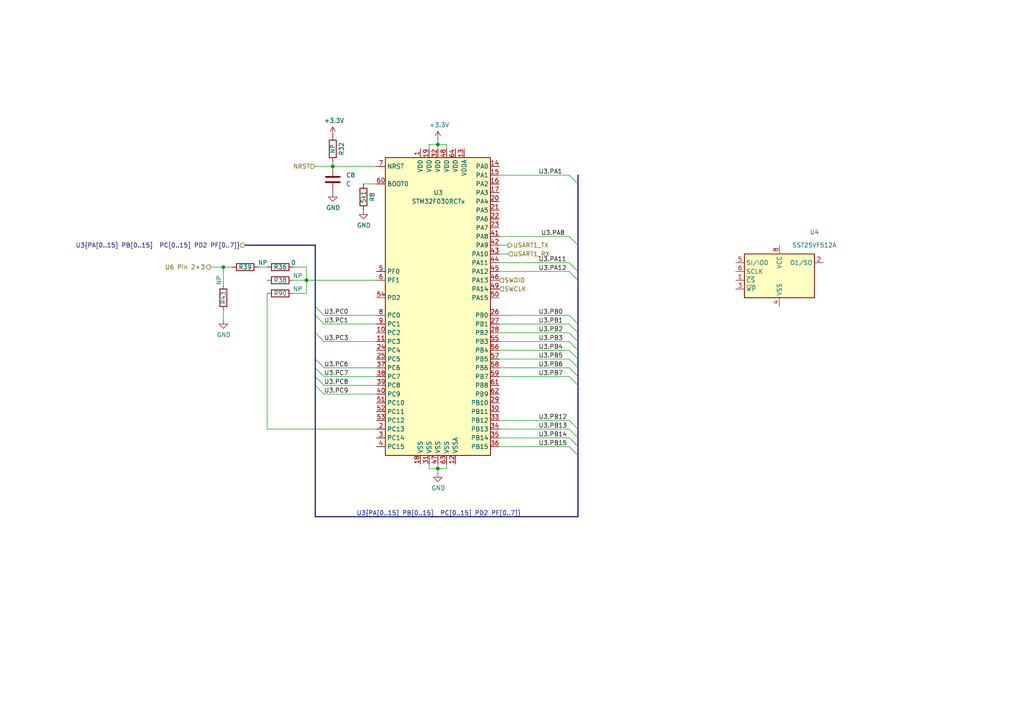
<source format=kicad_sch>
(kicad_sch (version 20211123) (generator eeschema)
  (paper "A4")
  (title_block (title "YardForce SAxxxPRO Dot-Matrix LCD CoverUI HS49067") (date "2023-08-22") (rev "0.1") (comment 1 "(c) Apehaenger") (comment 2 "For https://openmower.de") (comment 3 "PCB: WYPCB319B, WYM240128K1002") (comment 4 "LCD: WYM240128K10, 2019-12-14, HJ2818W6 A0"))
  (lib_symbols
    (symbol "Device:C" (pin_numbers hide) (pin_names (offset 0.254))
      (property "Reference" "C" (at 0.635 2.54 0))
      (property "Value" "C" (at 0.635 -2.54 0))
      (symbol "C_0_1"
        (polyline (pts (xy -2.032 -0.762) (xy 2.032 -0.762)) (stroke (width 0.508)))
        (polyline (pts (xy -2.032 0.762) (xy 2.032 0.762)) (stroke (width 0.508)))
      )
      (symbol "C_1_1"
        (pin passive line (at 0 3.81 270) (length 2.794) (name "~") (number "1"))
        (pin passive line (at 0 -3.81 90) (length 2.794) (name "~") (number "2"))
      )
    )
    (symbol "Device:R" (pin_numbers hide) (pin_names (offset 0))
      (property "Reference" "R" (at 2.032 0 90))
      (property "Value" "R" (at 0 0 90))
      (symbol "R_0_1"
        (rectangle (start -1.016 -2.54) (end 1.016 2.54) (stroke (width 0.254)))
      )
      (symbol "R_1_1"
        (pin passive line (at 0 3.81 270) (length 1.27) (name "~") (number "1"))
        (pin passive line (at 0 -3.81 90) (length 1.27) (name "~") (number "2"))
      )
    )
    (symbol "MCU_ST_STM32F0:STM32F030RCTx"
      (property "Reference" "U" (at -15.24 44.45 0))
      (property "Value" "STM32F030RCTx" (at 10.16 44.45 0))
      (symbol "STM32F030RCTx_0_1"
        (rectangle (start -15.24 -43.18) (end 15.24 43.18) (stroke (width 0.254)) (fill (type background)))
      )
      (symbol "STM32F030RCTx_1_1"
        (pin power_in line (at -5.08 45.72 270) (length 2.54) (name "VDD") (number "1"))
        (pin bidirectional line (at -17.78 -7.62 0) (length 2.54) (name "PC2") (number "10"))
        (pin bidirectional line (at -17.78 -10.16 0) (length 2.54) (name "PC3") (number "11"))
        (pin power_in line (at 5.08 -45.72 90) (length 2.54) (name "VSSA") (number "12"))
        (pin power_in line (at 7.62 45.72 270) (length 2.54) (name "VDDA") (number "13"))
        (pin bidirectional line (at 17.78 40.64 180) (length 2.54) (name "PA0") (number "14"))
        (pin bidirectional line (at 17.78 38.1 180) (length 2.54) (name "PA1") (number "15"))
        (pin bidirectional line (at 17.78 35.56 180) (length 2.54) (name "PA2") (number "16"))
        (pin bidirectional line (at 17.78 33.02 180) (length 2.54) (name "PA3") (number "17"))
        (pin power_in line (at -5.08 -45.72 90) (length 2.54) (name "VSS") (number "18"))
        (pin power_in line (at -2.54 45.72 270) (length 2.54) (name "VDD") (number "19"))
        (pin bidirectional line (at -17.78 -35.56 0) (length 2.54) (name "PC13") (number "2"))
        (pin bidirectional line (at 17.78 30.48 180) (length 2.54) (name "PA4") (number "20"))
        (pin bidirectional line (at 17.78 27.94 180) (length 2.54) (name "PA5") (number "21"))
        (pin bidirectional line (at 17.78 25.4 180) (length 2.54) (name "PA6") (number "22"))
        (pin bidirectional line (at 17.78 22.86 180) (length 2.54) (name "PA7") (number "23"))
        (pin bidirectional line (at -17.78 -12.7 0) (length 2.54) (name "PC4") (number "24"))
        (pin bidirectional line (at -17.78 -15.24 0) (length 2.54) (name "PC5") (number "25"))
        (pin bidirectional line (at 17.78 -2.54 180) (length 2.54) (name "PB0") (number "26"))
        (pin bidirectional line (at 17.78 -5.08 180) (length 2.54) (name "PB1") (number "27"))
        (pin bidirectional line (at 17.78 -7.62 180) (length 2.54) (name "PB2") (number "28"))
        (pin bidirectional line (at 17.78 -27.94 180) (length 2.54) (name "PB10") (number "29"))
        (pin bidirectional line (at -17.78 -38.1 0) (length 2.54) (name "PC14") (number "3"))
        (pin bidirectional line (at 17.78 -30.48 180) (length 2.54) (name "PB11") (number "30"))
        (pin power_in line (at -2.54 -45.72 90) (length 2.54) (name "VSS") (number "31"))
        (pin power_in line (at 0 45.72 270) (length 2.54) (name "VDD") (number "32"))
        (pin bidirectional line (at 17.78 -33.02 180) (length 2.54) (name "PB12") (number "33"))
        (pin bidirectional line (at 17.78 -35.56 180) (length 2.54) (name "PB13") (number "34"))
        (pin bidirectional line (at 17.78 -38.1 180) (length 2.54) (name "PB14") (number "35"))
        (pin bidirectional line (at 17.78 -40.64 180) (length 2.54) (name "PB15") (number "36"))
        (pin bidirectional line (at -17.78 -17.78 0) (length 2.54) (name "PC6") (number "37"))
        (pin bidirectional line (at -17.78 -20.32 0) (length 2.54) (name "PC7") (number "38"))
        (pin bidirectional line (at -17.78 -22.86 0) (length 2.54) (name "PC8") (number "39"))
        (pin bidirectional line (at -17.78 -40.64 0) (length 2.54) (name "PC15") (number "4"))
        (pin bidirectional line (at -17.78 -25.4 0) (length 2.54) (name "PC9") (number "40"))
        (pin bidirectional line (at 17.78 20.32 180) (length 2.54) (name "PA8") (number "41"))
        (pin bidirectional line (at 17.78 17.78 180) (length 2.54) (name "PA9") (number "42"))
        (pin bidirectional line (at 17.78 15.24 180) (length 2.54) (name "PA10") (number "43"))
        (pin bidirectional line (at 17.78 12.7 180) (length 2.54) (name "PA11") (number "44"))
        (pin bidirectional line (at 17.78 10.16 180) (length 2.54) (name "PA12") (number "45"))
        (pin bidirectional line (at 17.78 7.62 180) (length 2.54) (name "PA13") (number "46"))
        (pin power_in line (at 0 -45.72 90) (length 2.54) (name "VSS") (number "47"))
        (pin power_in line (at 2.54 45.72 270) (length 2.54) (name "VDD") (number "48"))
        (pin bidirectional line (at 17.78 5.08 180) (length 2.54) (name "PA14") (number "49"))
        (pin input line (at -17.78 10.16 0) (length 2.54) (name "PF0") (number "5"))
        (pin bidirectional line (at 17.78 2.54 180) (length 2.54) (name "PA15") (number "50"))
        (pin bidirectional line (at -17.78 -27.94 0) (length 2.54) (name "PC10") (number "51"))
        (pin bidirectional line (at -17.78 -30.48 0) (length 2.54) (name "PC11") (number "52"))
        (pin bidirectional line (at -17.78 -33.02 0) (length 2.54) (name "PC12") (number "53"))
        (pin bidirectional line (at -17.78 2.54 0) (length 2.54) (name "PD2") (number "54"))
        (pin bidirectional line (at 17.78 -10.16 180) (length 2.54) (name "PB3") (number "55"))
        (pin bidirectional line (at 17.78 -12.7 180) (length 2.54) (name "PB4") (number "56"))
        (pin bidirectional line (at 17.78 -15.24 180) (length 2.54) (name "PB5") (number "57"))
        (pin bidirectional line (at 17.78 -17.78 180) (length 2.54) (name "PB6") (number "58"))
        (pin bidirectional line (at 17.78 -20.32 180) (length 2.54) (name "PB7") (number "59"))
        (pin input line (at -17.78 7.62 0) (length 2.54) (name "PF1") (number "6"))
        (pin input line (at -17.78 35.56 0) (length 2.54) (name "BOOT0") (number "60"))
        (pin bidirectional line (at 17.78 -22.86 180) (length 2.54) (name "PB8") (number "61"))
        (pin bidirectional line (at 17.78 -25.4 180) (length 2.54) (name "PB9") (number "62"))
        (pin power_in line (at 2.54 -45.72 90) (length 2.54) (name "VSS") (number "63"))
        (pin power_in line (at 5.08 45.72 270) (length 2.54) (name "VDD") (number "64"))
        (pin input line (at -17.78 40.64 0) (length 2.54) (name "NRST") (number "7"))
        (pin bidirectional line (at -17.78 -2.54 0) (length 2.54) (name "PC0") (number "8"))
        (pin bidirectional line (at -17.78 -5.08 0) (length 2.54) (name "PC1") (number "9"))
      )
    )
    (symbol "Memory_Flash:GD25D05CT"
      (property "Reference" "U" (at 2.54 12.7 0))
      (property "Value" "GD25D05CT" (at 8.89 8.89 0))
      (symbol "GD25D05CT_1_1"
        (rectangle (start -10.16 7.62) (end 10.16 -5.08) (stroke (width 0.254)) (fill (type background)))
        (pin input line (at -12.7 0 0) (length 2.54) (name "~{CS}") (number "1"))
        (pin output line (at 12.7 5.08 180) (length 2.54) (name "O1/SO") (number "2"))
        (pin input line (at -12.7 -2.54 0) (length 2.54) (name "~{WP}") (number "3"))
        (pin power_in line (at 0 -7.62 90) (length 2.54) (name "VSS") (number "4"))
        (pin bidirectional line (at -12.7 5.08 0) (length 2.54) (name "SI/IO0") (number "5"))
        (pin input line (at -12.7 2.54 0) (length 2.54) (name "SCLK") (number "6"))
        (pin no_connect line (at 10.16 -2.54 180) (length 2.54) hide (name "NC") (number "7"))
        (pin power_in line (at 0 10.16 270) (length 2.54) (name "VCC") (number "8"))
      )
    )
    (symbol "power:+3.3V" (power) (pin_names (offset 0))
      (property "Value" "+3.3V" (at 0 3.556 0))
      (symbol "+3.3V_0_1"
        (polyline (pts (xy -0.762 1.27) (xy 0 2.54)))
        (polyline (pts (xy 0 0) (xy 0 2.54)))
        (polyline (pts (xy 0 2.54) (xy 0.762 1.27)))
      )
      (symbol "+3.3V_1_1"
        (pin power_in line (at 0 0 90) (length 0) hide (name "+3.3V") (number "1"))
      )
    )
    (symbol "power:GND" (power) (pin_names (offset 0))
      (property "Value" "GND" (at 0 -3.81 0))
      (symbol "GND_0_1"
        (polyline (pts (xy 0 0) (xy 0 -1.27) (xy 1.27 -1.27) (xy 0 -2.54) (xy -1.27 -1.27) (xy 0 -1.27)))
      )
      (symbol "GND_1_1"
        (pin power_in line (at 0 0 270) (length 0) hide (name "GND") (number "1"))
      )
    )
  )
  (junction (at 127 135.89))
  (junction (at 127 41.91))
  (junction (at 88.9 81.28))
  (junction (at 64.77 77.47))
  (junction (at 96.52 48.26))
  (bus_entry (at 167.64 99.06) (size -2.54 -2.54))
  (bus_entry (at 91.44 109.22) (size 2.54 2.54))
  (bus_entry (at 91.44 91.44) (size 2.54 2.54))
  (bus_entry (at 167.64 132.08) (size -2.54 -2.54))
  (bus_entry (at 167.64 53.34) (size -2.54 -2.54))
  (bus_entry (at 167.64 111.76) (size -2.54 -2.54))
  (bus_entry (at 167.64 124.46) (size -2.54 -2.54))
  (bus_entry (at 167.64 106.68) (size -2.54 -2.54))
  (bus_entry (at 91.44 104.14) (size 2.54 2.54))
  (bus_entry (at 91.44 96.52) (size 2.54 2.54))
  (bus_entry (at 165.1 78.74) (size 2.54 2.54))
  (bus_entry (at 167.64 101.6) (size -2.54 -2.54))
  (bus_entry (at 167.64 127) (size -2.54 -2.54))
  (bus_entry (at 91.44 106.68) (size 2.54 2.54))
  (bus_entry (at 167.64 71.12) (size -2.54 -2.54))
  (bus_entry (at 167.64 93.98) (size -2.54 -2.54))
  (bus_entry (at 91.44 88.9) (size 2.54 2.54))
  (bus_entry (at 167.64 96.52) (size -2.54 -2.54))
  (bus_entry (at 167.64 78.74) (size -2.54 -2.54))
  (bus_entry (at 167.64 109.22) (size -2.54 -2.54))
  (bus_entry (at 167.64 129.54) (size -2.54 -2.54))
  (bus_entry (at 167.64 104.14) (size -2.54 -2.54))
  (bus_entry (at 91.44 111.76) (size 2.54 2.54))
  (bus (pts (xy 167.64 93.98) (xy 167.64 96.52)))
  (wire (pts (xy 144.78 99.06) (xy 165.1 99.06)))
  (wire (pts (xy 93.98 111.76) (xy 109.22 111.76)))
  (bus (pts (xy 167.64 81.28) (xy 167.64 93.98)))
  (wire (pts (xy 93.98 109.22) (xy 109.22 109.22)))
  (wire (pts (xy 144.78 129.54) (xy 165.1 129.54)))
  (bus (pts (xy 167.64 50.8) (xy 167.64 53.34)))
  (wire (pts (xy 129.54 41.91) (xy 127 41.91)))
  (bus (pts (xy 167.64 124.46) (xy 167.64 127)))
  (bus (pts (xy 91.44 111.76) (xy 91.44 149.86)))
  (bus (pts (xy 167.64 71.12) (xy 167.64 78.74)))
  (wire (pts (xy 144.78 78.74) (xy 165.1 78.74)))
  (wire (pts (xy 129.54 134.62) (xy 129.54 135.89)))
  (bus (pts (xy 167.64 101.6) (xy 167.64 104.14)))
  (wire (pts (xy 64.77 90.17) (xy 64.77 92.71)))
  (wire (pts (xy 85.09 81.28) (xy 88.9 81.28)))
  (bus (pts (xy 167.64 149.86) (xy 91.44 149.86)))
  (bus (pts (xy 71.12 71.12) (xy 91.44 71.12)))
  (wire (pts (xy 144.78 124.46) (xy 165.1 124.46)))
  (wire (pts (xy 147.32 71.12) (xy 144.78 71.12)))
  (wire (pts (xy 144.78 50.8) (xy 165.1 50.8)))
  (bus (pts (xy 91.44 104.14) (xy 91.44 106.68)))
  (wire (pts (xy 93.98 91.44) (xy 109.22 91.44)))
  (wire (pts (xy 124.46 41.91) (xy 127 41.91)))
  (wire (pts (xy 96.52 46.99) (xy 96.52 48.26)))
  (wire (pts (xy 77.47 85.09) (xy 77.47 124.46)))
  (wire (pts (xy 64.77 77.47) (xy 64.77 82.55)))
  (wire (pts (xy 88.9 81.28) (xy 109.22 81.28)))
  (wire (pts (xy 147.32 73.66) (xy 144.78 73.66)))
  (wire (pts (xy 93.98 114.3) (xy 109.22 114.3)))
  (wire (pts (xy 144.78 91.44) (xy 165.1 91.44)))
  (wire (pts (xy 88.9 85.09) (xy 85.09 85.09)))
  (wire (pts (xy 60.96 77.47) (xy 64.77 77.47)))
  (wire (pts (xy 88.9 77.47) (xy 88.9 81.28)))
  (bus (pts (xy 91.44 88.9) (xy 91.44 91.44)))
  (wire (pts (xy 127 135.89) (xy 127 137.16)))
  (bus (pts (xy 167.64 106.68) (xy 167.64 109.22)))
  (bus (pts (xy 167.64 129.54) (xy 167.64 132.08)))
  (wire (pts (xy 93.98 99.06) (xy 109.22 99.06)))
  (wire (pts (xy 129.54 43.18) (xy 129.54 41.91)))
  (wire (pts (xy 127 41.91) (xy 127 40.64)))
  (wire (pts (xy 91.44 48.26) (xy 96.52 48.26)))
  (wire (pts (xy 124.46 135.89) (xy 127 135.89)))
  (bus (pts (xy 167.64 109.22) (xy 167.64 111.76)))
  (wire (pts (xy 142.24 53.34) (xy 144.78 53.34)))
  (bus (pts (xy 167.64 53.34) (xy 167.64 71.12)))
  (wire (pts (xy 144.78 121.92) (xy 165.1 121.92)))
  (wire (pts (xy 144.78 96.52) (xy 165.1 96.52)))
  (bus (pts (xy 167.64 96.52) (xy 167.64 99.06)))
  (wire (pts (xy 129.54 135.89) (xy 127 135.89)))
  (bus (pts (xy 167.64 78.74) (xy 167.64 81.28)))
  (wire (pts (xy 93.98 106.68) (xy 109.22 106.68)))
  (wire (pts (xy 144.78 106.68) (xy 165.1 106.68)))
  (bus (pts (xy 167.64 132.08) (xy 167.64 149.86)))
  (bus (pts (xy 91.44 96.52) (xy 91.44 104.14)))
  (bus (pts (xy 167.64 111.76) (xy 167.64 124.46)))
  (wire (pts (xy 127 134.62) (xy 127 135.89)))
  (wire (pts (xy 144.78 127) (xy 165.1 127)))
  (bus (pts (xy 91.44 109.22) (xy 91.44 111.76)))
  (wire (pts (xy 96.52 48.26) (xy 109.22 48.26)))
  (wire (pts (xy 74.93 77.47) (xy 77.47 77.47)))
  (bus (pts (xy 167.64 104.14) (xy 167.64 106.68)))
  (wire (pts (xy 144.78 76.2) (xy 165.1 76.2)))
  (wire (pts (xy 124.46 43.18) (xy 124.46 41.91)))
  (wire (pts (xy 142.24 55.88) (xy 144.78 55.88)))
  (bus (pts (xy 167.64 127) (xy 167.64 129.54)))
  (bus (pts (xy 167.64 99.06) (xy 167.64 101.6)))
  (wire (pts (xy 144.78 109.22) (xy 165.1 109.22)))
  (wire (pts (xy 144.78 101.6) (xy 165.1 101.6)))
  (wire (pts (xy 105.41 53.34) (xy 109.22 53.34)))
  (bus (pts (xy 91.44 106.68) (xy 91.44 109.22)))
  (wire (pts (xy 77.47 124.46) (xy 109.22 124.46)))
  (wire (pts (xy 127 41.91) (xy 127 43.18)))
  (wire (pts (xy 85.09 77.47) (xy 88.9 77.47)))
  (wire (pts (xy 88.9 81.28) (xy 88.9 85.09)))
  (wire (pts (xy 144.78 93.98) (xy 165.1 93.98)))
  (bus (pts (xy 91.44 71.12) (xy 91.44 88.9)))
  (wire (pts (xy 93.98 93.98) (xy 109.22 93.98)))
  (wire (pts (xy 144.78 104.14) (xy 165.1 104.14)))
  (wire (pts (xy 124.46 134.62) (xy 124.46 135.89)))
  (wire (pts (xy 144.78 68.58) (xy 165.1 68.58)))
  (bus (pts (xy 91.44 91.44) (xy 91.44 96.52)))
  (wire (pts (xy 64.77 77.47) (xy 67.31 77.47)))
  (label "U3.PB0" (at 156.21 91.44 0))
  (label "U3.PB6" (at 156.21 106.68 0))
  (label "U3.PA8" (at 163.83 68.58 180))
  (label "U3.PB3" (at 156.21 99.06 0))
  (label "U3.PC7" (at 93.98 109.22 0))
  (label "U3.PB5" (at 156.21 104.14 0))
  (label "U3{PA[0..15] PB[0..15]  PC[0..15] PD2 PF[0..7]}" (at 151.13 149.86 180))
  (label "U3.PB15" (at 156.21 129.54 0))
  (label "U3.PB1" (at 156.21 93.98 0))
  (label "U3.PC1" (at 93.98 93.98 0))
  (label "U3.PB4" (at 156.21 101.6 0))
  (label "U3.PB7" (at 156.21 109.22 0))
  (label "U3.PC3" (at 93.98 99.06 0))
  (label "U3.PC0" (at 93.98 91.44 0))
  (label "U3.PC6" (at 93.98 106.68 0))
  (label "U3.PA11" (at 156.21 76.2 0))
  (label "U3.PB14" (at 156.21 127 0))
  (label "U3.PB12" (at 156.21 121.92 0))
  (label "U3.PC9" (at 93.98 114.3 0))
  (label "U3.PA12" (at 156.21 78.74 0))
  (label "U3.PA1" (at 156.21 50.8 0))
  (label "U3.PB2" (at 156.21 96.52 0))
  (label "U3.PB13" (at 156.21 124.46 0))
  (label "U3.PC8" (at 93.98 111.76 0))
  (hierarchical_label "SWCLK" (shape input) (at 144.78 83.82 0))
  (hierarchical_label "NRST" (shape input) (at 91.44 48.26 180))
  (hierarchical_label "USART1_TX" (shape output) (at 147.32 71.12 0))
  (hierarchical_label "U3{PA[0..15] PB[0..15]  PC[0..15] PD2 PF[0..7]}" (shape input) (at 71.12 71.12 180))
  (hierarchical_label "SWDIO" (shape input) (at 144.78 81.28 0))
  (hierarchical_label "U6 Pin 2+3" (shape output) (at 60.96 77.47 180))
  (hierarchical_label "USART1_RX" (shape input) (at 147.32 73.66 0))
  (symbol (lib_id "power:+3.3V") (at 96.52 39.37 0) (unit 1)
    (property "Reference" "#PWR?" (effects hide))
    (property "Value" "+3.3V" (at 96.901 34.9758 0))
  )
  (symbol (lib_id "power:GND") (at 64.77 92.71 0) (unit 1)
    (property "Reference" "#PWR?" (effects hide))
    (property "Value" "GND" (at 64.897 97.1042 0))
  )
  (symbol (lib_id "Device:R") (at 81.28 85.09 90) (unit 1)
    (property "Reference" "R90" (at 81.28 85.09 90))
    (property "Value" "NP" (at 86.36 83.82 90))
  )
  (symbol (lib_id "Device:R") (at 96.52 43.18 180) (unit 1)
    (property "Reference" "R32" (at 99.06 43.18 90))
    (property "Value" "NP" (at 96.52 43.18 90))
  )
  (symbol (lib_id "Device:R") (at 105.41 57.15 180) (unit 1)
    (property "Reference" "R8" (at 107.95 57.15 90))
    (property "Value" "5k1" (at 105.41 57.15 90))
  )
  (symbol (lib_id "Device:R") (at 71.12 77.47 90) (unit 1)
    (property "Reference" "R39" (at 71.12 77.47 90))
    (property "Value" "NP" (at 76.2 76.2 90))
  )
  (symbol (lib_id "power:+3.3V") (at 127 40.64 0) (unit 1)
    (property "Reference" "#PWR?" (effects hide))
    (property "Value" "+3.3V" (at 127.381 36.2458 0))
  )
  (symbol (lib_id "Device:R") (at 81.28 77.47 90) (unit 1)
    (property "Reference" "R36" (at 81.28 77.47 90))
    (property "Value" "0" (at 85.09 76.2 90))
  )
  (symbol (lib_id "power:GND") (at 127 137.16 0) (unit 1)
    (property "Reference" "#PWR?" (effects hide))
    (property "Value" "GND" (at 127.127 141.5542 0))
  )
  (symbol (lib_id "MCU_ST_STM32F0:STM32F030RCTx") (at 127 88.9 0) (unit 1)
    (property "Reference" "U3" (at 125.73 55.88 0) (effects (justify left)))
    (property "Value" "STM32F030RCTx" (at 119.38 58.42 0) (effects (justify left)))
    (property "Footprint" "Package_QFP:LQFP-64_10x10mm_P0.5mm" (effects hide))
    (property "Datasheet" "http://www.st.com/st-web-ui/static/active/en/resource/technical/document/datasheet/DM00088500.pdf" (effects hide))
  )
  (symbol (lib_id "power:GND") (at 96.52 55.88 0) (unit 1)
    (property "Reference" "#PWR?" (effects hide))
    (property "Value" "GND" (at 96.647 60.2742 0))
  )
  (symbol (lib_id "Device:R") (at 64.77 86.36 180) (unit 1)
    (property "Reference" "R43" (at 64.77 86.36 90))
    (property "Value" "NP" (at 63.5 81.28 90))
  )
  (symbol (lib_id "Device:R") (at 81.28 81.28 90) (unit 1)
    (property "Reference" "R38" (at 81.28 81.28 90))
    (property "Value" "NP" (at 86.36 80.01 90))
  )
  (symbol (lib_id "power:GND") (at 105.41 60.96 0) (unit 1)
    (property "Reference" "#PWR?" (effects hide))
    (property "Value" "GND" (at 105.537 65.3542 0))
  )
  (symbol (lib_id "Device:C") (at 96.52 52.07 0) (unit 1)
    (property "Reference" "C8" (at 100.33 50.7999 0) (effects (justify left)))
    (property "Value" "C" (at 100.33 53.3399 0) (effects (justify left)))
  )
  (symbol (lib_id "Memory_Flash:GD25D05CT") (at 226.06 81.28 0) (unit 1)
    (property "Reference" "U4" (at 236.22 67.31 0))
    (property "Value" "SST25VF512A" (at 236.22 71.12 0))
    (property "Footprint" "Package_SO:SOP-8_3.9x4.9mm_P1.27mm" (effects hide))
    (property "Datasheet" "http://www.elm-tech.com/en/products/spi-flash-memory/gd25d10/gd25d10.pdf" (effects hide))
  )
)
</source>
